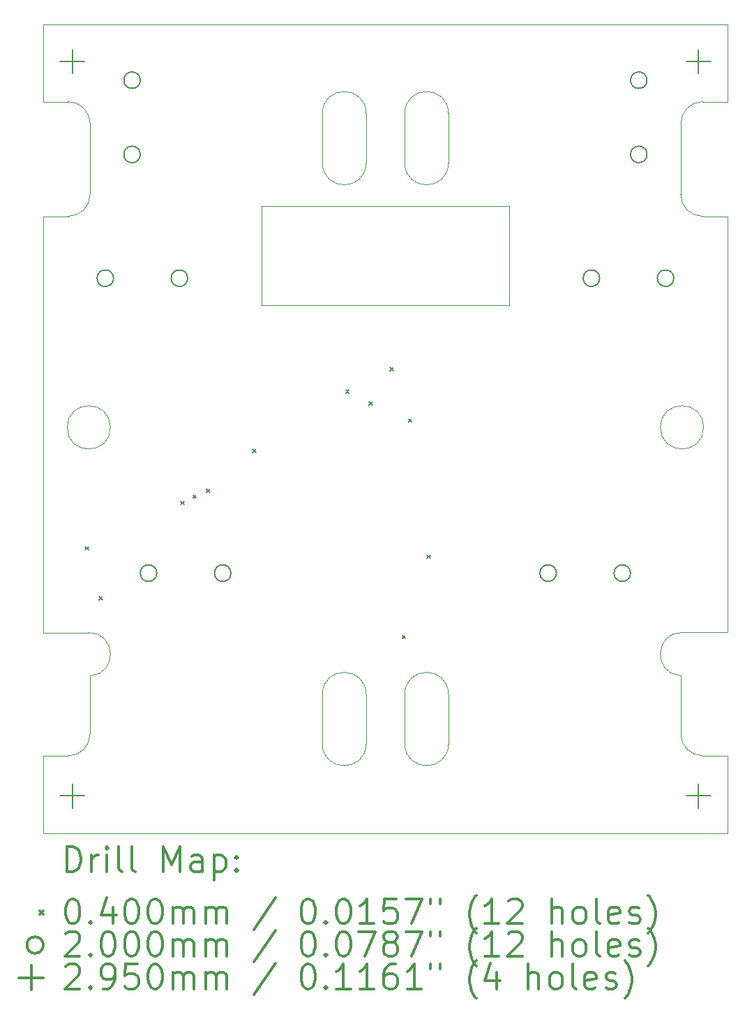
<source format=gbr>
%FSLAX45Y45*%
G04 Gerber Fmt 4.5, Leading zero omitted, Abs format (unit mm)*
G04 Created by KiCad (PCBNEW (5.1.10)-1) date 2022-06-07 20:29:40*
%MOMM*%
%LPD*%
G01*
G04 APERTURE LIST*
%TA.AperFunction,Profile*%
%ADD10C,0.050000*%
%TD*%
%ADD11C,0.200000*%
%ADD12C,0.300000*%
G04 APERTURE END LIST*
D10*
X18000000Y-5910000D02*
G75*
G03*
X17735000Y-6175000I0J-265000D01*
G01*
X18000000Y-5910000D02*
X18300000Y-5910000D01*
X17735000Y-7035000D02*
G75*
G03*
X18000000Y-7300000I265000J0D01*
G01*
X17735000Y-7035000D02*
X17735000Y-6175000D01*
X18000000Y-7300000D02*
X18300000Y-7300000D01*
X18300000Y-5910000D02*
X18300000Y-4975000D01*
X18300000Y-12343500D02*
X18300000Y-7300000D01*
X18300000Y-14775000D02*
X18300000Y-13838000D01*
X10000000Y-13840000D02*
X10000000Y-14775000D01*
X10000000Y-7300000D02*
X10000000Y-12345500D01*
X10000000Y-4975000D02*
X10000000Y-5910000D01*
X17750000Y-12343500D02*
X18300000Y-12343500D01*
X18000000Y-13838000D02*
G75*
G02*
X17735000Y-13573000I0J265000D01*
G01*
X18000000Y-13838000D02*
X18300000Y-13838000D01*
X17735000Y-12868000D02*
X17735000Y-13573000D01*
X17750000Y-12343571D02*
G75*
G03*
X17735000Y-12868000I0J-262429D01*
G01*
X10550000Y-12345571D02*
G75*
G02*
X10565000Y-12870000I0J-262429D01*
G01*
X10550000Y-12345500D02*
X10000000Y-12345500D01*
X10300000Y-13840000D02*
G75*
G03*
X10565000Y-13575000I0J265000D01*
G01*
X10565000Y-12870000D02*
X10565000Y-13575000D01*
X10300000Y-13840000D02*
X10000000Y-13840000D01*
X10300000Y-7300000D02*
X10000000Y-7300000D01*
X10565000Y-7035000D02*
X10565000Y-6175000D01*
X10565000Y-7035000D02*
G75*
G02*
X10300000Y-7300000I-265000J0D01*
G01*
X10300000Y-5910000D02*
X10000000Y-5910000D01*
X10300000Y-5910000D02*
G75*
G02*
X10565000Y-6175000I0J-265000D01*
G01*
X12650000Y-8375000D02*
X12650000Y-7175000D01*
X15650000Y-8375000D02*
X12650000Y-8375000D01*
X15650000Y-7175000D02*
X15650000Y-8375000D01*
X12650000Y-7175000D02*
X15650000Y-7175000D01*
X14915000Y-13693000D02*
G75*
G02*
X14385000Y-13693000I-265000J0D01*
G01*
X14385000Y-13093000D02*
G75*
G02*
X14915000Y-13093000I265000J0D01*
G01*
X13915000Y-13693000D02*
G75*
G02*
X13385000Y-13693000I-265000J0D01*
G01*
X13385000Y-13093000D02*
G75*
G02*
X13915000Y-13093000I265000J0D01*
G01*
X14915000Y-6653000D02*
G75*
G02*
X14385000Y-6653000I-265000J0D01*
G01*
X14385000Y-6053000D02*
G75*
G02*
X14915000Y-6053000I265000J0D01*
G01*
X13915000Y-6653000D02*
G75*
G02*
X13385000Y-6653000I-265000J0D01*
G01*
X13385000Y-6053000D02*
G75*
G02*
X13915000Y-6053000I265000J0D01*
G01*
X14915000Y-13693000D02*
X14915000Y-13093000D01*
X14385000Y-13093000D02*
X14385000Y-13693000D01*
X13915000Y-13693000D02*
X13915000Y-13093000D01*
X13385000Y-13093000D02*
X13385000Y-13693000D01*
X14915000Y-6053000D02*
X14915000Y-6653000D01*
X14385000Y-6053000D02*
X14385000Y-6653000D01*
X13915000Y-6053000D02*
X13915000Y-6653000D01*
X13385000Y-6653000D02*
X13385000Y-6053000D01*
X18012500Y-9858000D02*
G75*
G03*
X18012500Y-9858000I-262500J0D01*
G01*
X10812500Y-9858000D02*
G75*
G03*
X10812500Y-9858000I-262500J0D01*
G01*
X18300000Y-4975000D02*
X10000000Y-4975000D01*
X10000000Y-14775000D02*
X18300000Y-14775000D01*
D11*
X10505000Y-11305000D02*
X10545000Y-11345000D01*
X10545000Y-11305000D02*
X10505000Y-11345000D01*
X10672500Y-11912500D02*
X10712500Y-11952500D01*
X10712500Y-11912500D02*
X10672500Y-11952500D01*
X11669100Y-10755000D02*
X11709100Y-10795000D01*
X11709100Y-10755000D02*
X11669100Y-10795000D01*
X11815150Y-10678300D02*
X11855150Y-10718300D01*
X11855150Y-10678300D02*
X11815150Y-10718300D01*
X11980000Y-10605000D02*
X12020000Y-10645000D01*
X12020000Y-10605000D02*
X11980000Y-10645000D01*
X12539050Y-10125850D02*
X12579050Y-10165850D01*
X12579050Y-10125850D02*
X12539050Y-10165850D01*
X13669350Y-9401950D02*
X13709350Y-9441950D01*
X13709350Y-9401950D02*
X13669350Y-9441950D01*
X13955100Y-9548000D02*
X13995100Y-9588000D01*
X13995100Y-9548000D02*
X13955100Y-9588000D01*
X14205000Y-9130000D02*
X14245000Y-9170000D01*
X14245000Y-9130000D02*
X14205000Y-9170000D01*
X14355000Y-12380000D02*
X14395000Y-12420000D01*
X14395000Y-12380000D02*
X14355000Y-12420000D01*
X14430000Y-9755000D02*
X14470000Y-9795000D01*
X14470000Y-9755000D02*
X14430000Y-9795000D01*
X14655000Y-11405000D02*
X14695000Y-11445000D01*
X14695000Y-11405000D02*
X14655000Y-11445000D01*
X10850000Y-8050000D02*
G75*
G03*
X10850000Y-8050000I-100000J0D01*
G01*
X11175000Y-5650000D02*
G75*
G03*
X11175000Y-5650000I-100000J0D01*
G01*
X11175000Y-6550000D02*
G75*
G03*
X11175000Y-6550000I-100000J0D01*
G01*
X11375000Y-11625000D02*
G75*
G03*
X11375000Y-11625000I-100000J0D01*
G01*
X11750000Y-8050000D02*
G75*
G03*
X11750000Y-8050000I-100000J0D01*
G01*
X12275000Y-11625000D02*
G75*
G03*
X12275000Y-11625000I-100000J0D01*
G01*
X16225000Y-11625000D02*
G75*
G03*
X16225000Y-11625000I-100000J0D01*
G01*
X16750000Y-8050000D02*
G75*
G03*
X16750000Y-8050000I-100000J0D01*
G01*
X17125000Y-11625000D02*
G75*
G03*
X17125000Y-11625000I-100000J0D01*
G01*
X17325000Y-5650000D02*
G75*
G03*
X17325000Y-5650000I-100000J0D01*
G01*
X17325000Y-6550000D02*
G75*
G03*
X17325000Y-6550000I-100000J0D01*
G01*
X17650000Y-8050000D02*
G75*
G03*
X17650000Y-8050000I-100000J0D01*
G01*
X10350000Y-5275500D02*
X10350000Y-5570500D01*
X10202500Y-5423000D02*
X10497500Y-5423000D01*
X10350000Y-14175500D02*
X10350000Y-14470500D01*
X10202500Y-14323000D02*
X10497500Y-14323000D01*
X17950000Y-5275500D02*
X17950000Y-5570500D01*
X17802500Y-5423000D02*
X18097500Y-5423000D01*
X17950000Y-14175500D02*
X17950000Y-14470500D01*
X17802500Y-14323000D02*
X18097500Y-14323000D01*
D12*
X10283928Y-15243214D02*
X10283928Y-14943214D01*
X10355357Y-14943214D01*
X10398214Y-14957500D01*
X10426786Y-14986071D01*
X10441071Y-15014643D01*
X10455357Y-15071786D01*
X10455357Y-15114643D01*
X10441071Y-15171786D01*
X10426786Y-15200357D01*
X10398214Y-15228929D01*
X10355357Y-15243214D01*
X10283928Y-15243214D01*
X10583928Y-15243214D02*
X10583928Y-15043214D01*
X10583928Y-15100357D02*
X10598214Y-15071786D01*
X10612500Y-15057500D01*
X10641071Y-15043214D01*
X10669643Y-15043214D01*
X10769643Y-15243214D02*
X10769643Y-15043214D01*
X10769643Y-14943214D02*
X10755357Y-14957500D01*
X10769643Y-14971786D01*
X10783928Y-14957500D01*
X10769643Y-14943214D01*
X10769643Y-14971786D01*
X10955357Y-15243214D02*
X10926786Y-15228929D01*
X10912500Y-15200357D01*
X10912500Y-14943214D01*
X11112500Y-15243214D02*
X11083928Y-15228929D01*
X11069643Y-15200357D01*
X11069643Y-14943214D01*
X11455357Y-15243214D02*
X11455357Y-14943214D01*
X11555357Y-15157500D01*
X11655357Y-14943214D01*
X11655357Y-15243214D01*
X11926786Y-15243214D02*
X11926786Y-15086071D01*
X11912500Y-15057500D01*
X11883928Y-15043214D01*
X11826786Y-15043214D01*
X11798214Y-15057500D01*
X11926786Y-15228929D02*
X11898214Y-15243214D01*
X11826786Y-15243214D01*
X11798214Y-15228929D01*
X11783928Y-15200357D01*
X11783928Y-15171786D01*
X11798214Y-15143214D01*
X11826786Y-15128929D01*
X11898214Y-15128929D01*
X11926786Y-15114643D01*
X12069643Y-15043214D02*
X12069643Y-15343214D01*
X12069643Y-15057500D02*
X12098214Y-15043214D01*
X12155357Y-15043214D01*
X12183928Y-15057500D01*
X12198214Y-15071786D01*
X12212500Y-15100357D01*
X12212500Y-15186071D01*
X12198214Y-15214643D01*
X12183928Y-15228929D01*
X12155357Y-15243214D01*
X12098214Y-15243214D01*
X12069643Y-15228929D01*
X12341071Y-15214643D02*
X12355357Y-15228929D01*
X12341071Y-15243214D01*
X12326786Y-15228929D01*
X12341071Y-15214643D01*
X12341071Y-15243214D01*
X12341071Y-15057500D02*
X12355357Y-15071786D01*
X12341071Y-15086071D01*
X12326786Y-15071786D01*
X12341071Y-15057500D01*
X12341071Y-15086071D01*
X9957500Y-15717500D02*
X9997500Y-15757500D01*
X9997500Y-15717500D02*
X9957500Y-15757500D01*
X10341071Y-15573214D02*
X10369643Y-15573214D01*
X10398214Y-15587500D01*
X10412500Y-15601786D01*
X10426786Y-15630357D01*
X10441071Y-15687500D01*
X10441071Y-15758929D01*
X10426786Y-15816071D01*
X10412500Y-15844643D01*
X10398214Y-15858929D01*
X10369643Y-15873214D01*
X10341071Y-15873214D01*
X10312500Y-15858929D01*
X10298214Y-15844643D01*
X10283928Y-15816071D01*
X10269643Y-15758929D01*
X10269643Y-15687500D01*
X10283928Y-15630357D01*
X10298214Y-15601786D01*
X10312500Y-15587500D01*
X10341071Y-15573214D01*
X10569643Y-15844643D02*
X10583928Y-15858929D01*
X10569643Y-15873214D01*
X10555357Y-15858929D01*
X10569643Y-15844643D01*
X10569643Y-15873214D01*
X10841071Y-15673214D02*
X10841071Y-15873214D01*
X10769643Y-15558929D02*
X10698214Y-15773214D01*
X10883928Y-15773214D01*
X11055357Y-15573214D02*
X11083928Y-15573214D01*
X11112500Y-15587500D01*
X11126786Y-15601786D01*
X11141071Y-15630357D01*
X11155357Y-15687500D01*
X11155357Y-15758929D01*
X11141071Y-15816071D01*
X11126786Y-15844643D01*
X11112500Y-15858929D01*
X11083928Y-15873214D01*
X11055357Y-15873214D01*
X11026786Y-15858929D01*
X11012500Y-15844643D01*
X10998214Y-15816071D01*
X10983928Y-15758929D01*
X10983928Y-15687500D01*
X10998214Y-15630357D01*
X11012500Y-15601786D01*
X11026786Y-15587500D01*
X11055357Y-15573214D01*
X11341071Y-15573214D02*
X11369643Y-15573214D01*
X11398214Y-15587500D01*
X11412500Y-15601786D01*
X11426786Y-15630357D01*
X11441071Y-15687500D01*
X11441071Y-15758929D01*
X11426786Y-15816071D01*
X11412500Y-15844643D01*
X11398214Y-15858929D01*
X11369643Y-15873214D01*
X11341071Y-15873214D01*
X11312500Y-15858929D01*
X11298214Y-15844643D01*
X11283928Y-15816071D01*
X11269643Y-15758929D01*
X11269643Y-15687500D01*
X11283928Y-15630357D01*
X11298214Y-15601786D01*
X11312500Y-15587500D01*
X11341071Y-15573214D01*
X11569643Y-15873214D02*
X11569643Y-15673214D01*
X11569643Y-15701786D02*
X11583928Y-15687500D01*
X11612500Y-15673214D01*
X11655357Y-15673214D01*
X11683928Y-15687500D01*
X11698214Y-15716071D01*
X11698214Y-15873214D01*
X11698214Y-15716071D02*
X11712500Y-15687500D01*
X11741071Y-15673214D01*
X11783928Y-15673214D01*
X11812500Y-15687500D01*
X11826786Y-15716071D01*
X11826786Y-15873214D01*
X11969643Y-15873214D02*
X11969643Y-15673214D01*
X11969643Y-15701786D02*
X11983928Y-15687500D01*
X12012500Y-15673214D01*
X12055357Y-15673214D01*
X12083928Y-15687500D01*
X12098214Y-15716071D01*
X12098214Y-15873214D01*
X12098214Y-15716071D02*
X12112500Y-15687500D01*
X12141071Y-15673214D01*
X12183928Y-15673214D01*
X12212500Y-15687500D01*
X12226786Y-15716071D01*
X12226786Y-15873214D01*
X12812500Y-15558929D02*
X12555357Y-15944643D01*
X13198214Y-15573214D02*
X13226786Y-15573214D01*
X13255357Y-15587500D01*
X13269643Y-15601786D01*
X13283928Y-15630357D01*
X13298214Y-15687500D01*
X13298214Y-15758929D01*
X13283928Y-15816071D01*
X13269643Y-15844643D01*
X13255357Y-15858929D01*
X13226786Y-15873214D01*
X13198214Y-15873214D01*
X13169643Y-15858929D01*
X13155357Y-15844643D01*
X13141071Y-15816071D01*
X13126786Y-15758929D01*
X13126786Y-15687500D01*
X13141071Y-15630357D01*
X13155357Y-15601786D01*
X13169643Y-15587500D01*
X13198214Y-15573214D01*
X13426786Y-15844643D02*
X13441071Y-15858929D01*
X13426786Y-15873214D01*
X13412500Y-15858929D01*
X13426786Y-15844643D01*
X13426786Y-15873214D01*
X13626786Y-15573214D02*
X13655357Y-15573214D01*
X13683928Y-15587500D01*
X13698214Y-15601786D01*
X13712500Y-15630357D01*
X13726786Y-15687500D01*
X13726786Y-15758929D01*
X13712500Y-15816071D01*
X13698214Y-15844643D01*
X13683928Y-15858929D01*
X13655357Y-15873214D01*
X13626786Y-15873214D01*
X13598214Y-15858929D01*
X13583928Y-15844643D01*
X13569643Y-15816071D01*
X13555357Y-15758929D01*
X13555357Y-15687500D01*
X13569643Y-15630357D01*
X13583928Y-15601786D01*
X13598214Y-15587500D01*
X13626786Y-15573214D01*
X14012500Y-15873214D02*
X13841071Y-15873214D01*
X13926786Y-15873214D02*
X13926786Y-15573214D01*
X13898214Y-15616071D01*
X13869643Y-15644643D01*
X13841071Y-15658929D01*
X14283928Y-15573214D02*
X14141071Y-15573214D01*
X14126786Y-15716071D01*
X14141071Y-15701786D01*
X14169643Y-15687500D01*
X14241071Y-15687500D01*
X14269643Y-15701786D01*
X14283928Y-15716071D01*
X14298214Y-15744643D01*
X14298214Y-15816071D01*
X14283928Y-15844643D01*
X14269643Y-15858929D01*
X14241071Y-15873214D01*
X14169643Y-15873214D01*
X14141071Y-15858929D01*
X14126786Y-15844643D01*
X14398214Y-15573214D02*
X14598214Y-15573214D01*
X14469643Y-15873214D01*
X14698214Y-15573214D02*
X14698214Y-15630357D01*
X14812500Y-15573214D02*
X14812500Y-15630357D01*
X15255357Y-15987500D02*
X15241071Y-15973214D01*
X15212500Y-15930357D01*
X15198214Y-15901786D01*
X15183928Y-15858929D01*
X15169643Y-15787500D01*
X15169643Y-15730357D01*
X15183928Y-15658929D01*
X15198214Y-15616071D01*
X15212500Y-15587500D01*
X15241071Y-15544643D01*
X15255357Y-15530357D01*
X15526786Y-15873214D02*
X15355357Y-15873214D01*
X15441071Y-15873214D02*
X15441071Y-15573214D01*
X15412500Y-15616071D01*
X15383928Y-15644643D01*
X15355357Y-15658929D01*
X15641071Y-15601786D02*
X15655357Y-15587500D01*
X15683928Y-15573214D01*
X15755357Y-15573214D01*
X15783928Y-15587500D01*
X15798214Y-15601786D01*
X15812500Y-15630357D01*
X15812500Y-15658929D01*
X15798214Y-15701786D01*
X15626786Y-15873214D01*
X15812500Y-15873214D01*
X16169643Y-15873214D02*
X16169643Y-15573214D01*
X16298214Y-15873214D02*
X16298214Y-15716071D01*
X16283928Y-15687500D01*
X16255357Y-15673214D01*
X16212500Y-15673214D01*
X16183928Y-15687500D01*
X16169643Y-15701786D01*
X16483928Y-15873214D02*
X16455357Y-15858929D01*
X16441071Y-15844643D01*
X16426786Y-15816071D01*
X16426786Y-15730357D01*
X16441071Y-15701786D01*
X16455357Y-15687500D01*
X16483928Y-15673214D01*
X16526786Y-15673214D01*
X16555357Y-15687500D01*
X16569643Y-15701786D01*
X16583928Y-15730357D01*
X16583928Y-15816071D01*
X16569643Y-15844643D01*
X16555357Y-15858929D01*
X16526786Y-15873214D01*
X16483928Y-15873214D01*
X16755357Y-15873214D02*
X16726786Y-15858929D01*
X16712500Y-15830357D01*
X16712500Y-15573214D01*
X16983928Y-15858929D02*
X16955357Y-15873214D01*
X16898214Y-15873214D01*
X16869643Y-15858929D01*
X16855357Y-15830357D01*
X16855357Y-15716071D01*
X16869643Y-15687500D01*
X16898214Y-15673214D01*
X16955357Y-15673214D01*
X16983928Y-15687500D01*
X16998214Y-15716071D01*
X16998214Y-15744643D01*
X16855357Y-15773214D01*
X17112500Y-15858929D02*
X17141071Y-15873214D01*
X17198214Y-15873214D01*
X17226786Y-15858929D01*
X17241071Y-15830357D01*
X17241071Y-15816071D01*
X17226786Y-15787500D01*
X17198214Y-15773214D01*
X17155357Y-15773214D01*
X17126786Y-15758929D01*
X17112500Y-15730357D01*
X17112500Y-15716071D01*
X17126786Y-15687500D01*
X17155357Y-15673214D01*
X17198214Y-15673214D01*
X17226786Y-15687500D01*
X17341071Y-15987500D02*
X17355357Y-15973214D01*
X17383928Y-15930357D01*
X17398214Y-15901786D01*
X17412500Y-15858929D01*
X17426786Y-15787500D01*
X17426786Y-15730357D01*
X17412500Y-15658929D01*
X17398214Y-15616071D01*
X17383928Y-15587500D01*
X17355357Y-15544643D01*
X17341071Y-15530357D01*
X9997500Y-16133500D02*
G75*
G03*
X9997500Y-16133500I-100000J0D01*
G01*
X10269643Y-15997786D02*
X10283928Y-15983500D01*
X10312500Y-15969214D01*
X10383928Y-15969214D01*
X10412500Y-15983500D01*
X10426786Y-15997786D01*
X10441071Y-16026357D01*
X10441071Y-16054929D01*
X10426786Y-16097786D01*
X10255357Y-16269214D01*
X10441071Y-16269214D01*
X10569643Y-16240643D02*
X10583928Y-16254929D01*
X10569643Y-16269214D01*
X10555357Y-16254929D01*
X10569643Y-16240643D01*
X10569643Y-16269214D01*
X10769643Y-15969214D02*
X10798214Y-15969214D01*
X10826786Y-15983500D01*
X10841071Y-15997786D01*
X10855357Y-16026357D01*
X10869643Y-16083500D01*
X10869643Y-16154929D01*
X10855357Y-16212071D01*
X10841071Y-16240643D01*
X10826786Y-16254929D01*
X10798214Y-16269214D01*
X10769643Y-16269214D01*
X10741071Y-16254929D01*
X10726786Y-16240643D01*
X10712500Y-16212071D01*
X10698214Y-16154929D01*
X10698214Y-16083500D01*
X10712500Y-16026357D01*
X10726786Y-15997786D01*
X10741071Y-15983500D01*
X10769643Y-15969214D01*
X11055357Y-15969214D02*
X11083928Y-15969214D01*
X11112500Y-15983500D01*
X11126786Y-15997786D01*
X11141071Y-16026357D01*
X11155357Y-16083500D01*
X11155357Y-16154929D01*
X11141071Y-16212071D01*
X11126786Y-16240643D01*
X11112500Y-16254929D01*
X11083928Y-16269214D01*
X11055357Y-16269214D01*
X11026786Y-16254929D01*
X11012500Y-16240643D01*
X10998214Y-16212071D01*
X10983928Y-16154929D01*
X10983928Y-16083500D01*
X10998214Y-16026357D01*
X11012500Y-15997786D01*
X11026786Y-15983500D01*
X11055357Y-15969214D01*
X11341071Y-15969214D02*
X11369643Y-15969214D01*
X11398214Y-15983500D01*
X11412500Y-15997786D01*
X11426786Y-16026357D01*
X11441071Y-16083500D01*
X11441071Y-16154929D01*
X11426786Y-16212071D01*
X11412500Y-16240643D01*
X11398214Y-16254929D01*
X11369643Y-16269214D01*
X11341071Y-16269214D01*
X11312500Y-16254929D01*
X11298214Y-16240643D01*
X11283928Y-16212071D01*
X11269643Y-16154929D01*
X11269643Y-16083500D01*
X11283928Y-16026357D01*
X11298214Y-15997786D01*
X11312500Y-15983500D01*
X11341071Y-15969214D01*
X11569643Y-16269214D02*
X11569643Y-16069214D01*
X11569643Y-16097786D02*
X11583928Y-16083500D01*
X11612500Y-16069214D01*
X11655357Y-16069214D01*
X11683928Y-16083500D01*
X11698214Y-16112071D01*
X11698214Y-16269214D01*
X11698214Y-16112071D02*
X11712500Y-16083500D01*
X11741071Y-16069214D01*
X11783928Y-16069214D01*
X11812500Y-16083500D01*
X11826786Y-16112071D01*
X11826786Y-16269214D01*
X11969643Y-16269214D02*
X11969643Y-16069214D01*
X11969643Y-16097786D02*
X11983928Y-16083500D01*
X12012500Y-16069214D01*
X12055357Y-16069214D01*
X12083928Y-16083500D01*
X12098214Y-16112071D01*
X12098214Y-16269214D01*
X12098214Y-16112071D02*
X12112500Y-16083500D01*
X12141071Y-16069214D01*
X12183928Y-16069214D01*
X12212500Y-16083500D01*
X12226786Y-16112071D01*
X12226786Y-16269214D01*
X12812500Y-15954929D02*
X12555357Y-16340643D01*
X13198214Y-15969214D02*
X13226786Y-15969214D01*
X13255357Y-15983500D01*
X13269643Y-15997786D01*
X13283928Y-16026357D01*
X13298214Y-16083500D01*
X13298214Y-16154929D01*
X13283928Y-16212071D01*
X13269643Y-16240643D01*
X13255357Y-16254929D01*
X13226786Y-16269214D01*
X13198214Y-16269214D01*
X13169643Y-16254929D01*
X13155357Y-16240643D01*
X13141071Y-16212071D01*
X13126786Y-16154929D01*
X13126786Y-16083500D01*
X13141071Y-16026357D01*
X13155357Y-15997786D01*
X13169643Y-15983500D01*
X13198214Y-15969214D01*
X13426786Y-16240643D02*
X13441071Y-16254929D01*
X13426786Y-16269214D01*
X13412500Y-16254929D01*
X13426786Y-16240643D01*
X13426786Y-16269214D01*
X13626786Y-15969214D02*
X13655357Y-15969214D01*
X13683928Y-15983500D01*
X13698214Y-15997786D01*
X13712500Y-16026357D01*
X13726786Y-16083500D01*
X13726786Y-16154929D01*
X13712500Y-16212071D01*
X13698214Y-16240643D01*
X13683928Y-16254929D01*
X13655357Y-16269214D01*
X13626786Y-16269214D01*
X13598214Y-16254929D01*
X13583928Y-16240643D01*
X13569643Y-16212071D01*
X13555357Y-16154929D01*
X13555357Y-16083500D01*
X13569643Y-16026357D01*
X13583928Y-15997786D01*
X13598214Y-15983500D01*
X13626786Y-15969214D01*
X13826786Y-15969214D02*
X14026786Y-15969214D01*
X13898214Y-16269214D01*
X14183928Y-16097786D02*
X14155357Y-16083500D01*
X14141071Y-16069214D01*
X14126786Y-16040643D01*
X14126786Y-16026357D01*
X14141071Y-15997786D01*
X14155357Y-15983500D01*
X14183928Y-15969214D01*
X14241071Y-15969214D01*
X14269643Y-15983500D01*
X14283928Y-15997786D01*
X14298214Y-16026357D01*
X14298214Y-16040643D01*
X14283928Y-16069214D01*
X14269643Y-16083500D01*
X14241071Y-16097786D01*
X14183928Y-16097786D01*
X14155357Y-16112071D01*
X14141071Y-16126357D01*
X14126786Y-16154929D01*
X14126786Y-16212071D01*
X14141071Y-16240643D01*
X14155357Y-16254929D01*
X14183928Y-16269214D01*
X14241071Y-16269214D01*
X14269643Y-16254929D01*
X14283928Y-16240643D01*
X14298214Y-16212071D01*
X14298214Y-16154929D01*
X14283928Y-16126357D01*
X14269643Y-16112071D01*
X14241071Y-16097786D01*
X14398214Y-15969214D02*
X14598214Y-15969214D01*
X14469643Y-16269214D01*
X14698214Y-15969214D02*
X14698214Y-16026357D01*
X14812500Y-15969214D02*
X14812500Y-16026357D01*
X15255357Y-16383500D02*
X15241071Y-16369214D01*
X15212500Y-16326357D01*
X15198214Y-16297786D01*
X15183928Y-16254929D01*
X15169643Y-16183500D01*
X15169643Y-16126357D01*
X15183928Y-16054929D01*
X15198214Y-16012071D01*
X15212500Y-15983500D01*
X15241071Y-15940643D01*
X15255357Y-15926357D01*
X15526786Y-16269214D02*
X15355357Y-16269214D01*
X15441071Y-16269214D02*
X15441071Y-15969214D01*
X15412500Y-16012071D01*
X15383928Y-16040643D01*
X15355357Y-16054929D01*
X15641071Y-15997786D02*
X15655357Y-15983500D01*
X15683928Y-15969214D01*
X15755357Y-15969214D01*
X15783928Y-15983500D01*
X15798214Y-15997786D01*
X15812500Y-16026357D01*
X15812500Y-16054929D01*
X15798214Y-16097786D01*
X15626786Y-16269214D01*
X15812500Y-16269214D01*
X16169643Y-16269214D02*
X16169643Y-15969214D01*
X16298214Y-16269214D02*
X16298214Y-16112071D01*
X16283928Y-16083500D01*
X16255357Y-16069214D01*
X16212500Y-16069214D01*
X16183928Y-16083500D01*
X16169643Y-16097786D01*
X16483928Y-16269214D02*
X16455357Y-16254929D01*
X16441071Y-16240643D01*
X16426786Y-16212071D01*
X16426786Y-16126357D01*
X16441071Y-16097786D01*
X16455357Y-16083500D01*
X16483928Y-16069214D01*
X16526786Y-16069214D01*
X16555357Y-16083500D01*
X16569643Y-16097786D01*
X16583928Y-16126357D01*
X16583928Y-16212071D01*
X16569643Y-16240643D01*
X16555357Y-16254929D01*
X16526786Y-16269214D01*
X16483928Y-16269214D01*
X16755357Y-16269214D02*
X16726786Y-16254929D01*
X16712500Y-16226357D01*
X16712500Y-15969214D01*
X16983928Y-16254929D02*
X16955357Y-16269214D01*
X16898214Y-16269214D01*
X16869643Y-16254929D01*
X16855357Y-16226357D01*
X16855357Y-16112071D01*
X16869643Y-16083500D01*
X16898214Y-16069214D01*
X16955357Y-16069214D01*
X16983928Y-16083500D01*
X16998214Y-16112071D01*
X16998214Y-16140643D01*
X16855357Y-16169214D01*
X17112500Y-16254929D02*
X17141071Y-16269214D01*
X17198214Y-16269214D01*
X17226786Y-16254929D01*
X17241071Y-16226357D01*
X17241071Y-16212071D01*
X17226786Y-16183500D01*
X17198214Y-16169214D01*
X17155357Y-16169214D01*
X17126786Y-16154929D01*
X17112500Y-16126357D01*
X17112500Y-16112071D01*
X17126786Y-16083500D01*
X17155357Y-16069214D01*
X17198214Y-16069214D01*
X17226786Y-16083500D01*
X17341071Y-16383500D02*
X17355357Y-16369214D01*
X17383928Y-16326357D01*
X17398214Y-16297786D01*
X17412500Y-16254929D01*
X17426786Y-16183500D01*
X17426786Y-16126357D01*
X17412500Y-16054929D01*
X17398214Y-16012071D01*
X17383928Y-15983500D01*
X17355357Y-15940643D01*
X17341071Y-15926357D01*
X9850000Y-16382000D02*
X9850000Y-16677000D01*
X9702500Y-16529500D02*
X9997500Y-16529500D01*
X10269643Y-16393786D02*
X10283928Y-16379500D01*
X10312500Y-16365214D01*
X10383928Y-16365214D01*
X10412500Y-16379500D01*
X10426786Y-16393786D01*
X10441071Y-16422357D01*
X10441071Y-16450929D01*
X10426786Y-16493786D01*
X10255357Y-16665214D01*
X10441071Y-16665214D01*
X10569643Y-16636643D02*
X10583928Y-16650929D01*
X10569643Y-16665214D01*
X10555357Y-16650929D01*
X10569643Y-16636643D01*
X10569643Y-16665214D01*
X10726786Y-16665214D02*
X10783928Y-16665214D01*
X10812500Y-16650929D01*
X10826786Y-16636643D01*
X10855357Y-16593786D01*
X10869643Y-16536643D01*
X10869643Y-16422357D01*
X10855357Y-16393786D01*
X10841071Y-16379500D01*
X10812500Y-16365214D01*
X10755357Y-16365214D01*
X10726786Y-16379500D01*
X10712500Y-16393786D01*
X10698214Y-16422357D01*
X10698214Y-16493786D01*
X10712500Y-16522357D01*
X10726786Y-16536643D01*
X10755357Y-16550929D01*
X10812500Y-16550929D01*
X10841071Y-16536643D01*
X10855357Y-16522357D01*
X10869643Y-16493786D01*
X11141071Y-16365214D02*
X10998214Y-16365214D01*
X10983928Y-16508071D01*
X10998214Y-16493786D01*
X11026786Y-16479500D01*
X11098214Y-16479500D01*
X11126786Y-16493786D01*
X11141071Y-16508071D01*
X11155357Y-16536643D01*
X11155357Y-16608071D01*
X11141071Y-16636643D01*
X11126786Y-16650929D01*
X11098214Y-16665214D01*
X11026786Y-16665214D01*
X10998214Y-16650929D01*
X10983928Y-16636643D01*
X11341071Y-16365214D02*
X11369643Y-16365214D01*
X11398214Y-16379500D01*
X11412500Y-16393786D01*
X11426786Y-16422357D01*
X11441071Y-16479500D01*
X11441071Y-16550929D01*
X11426786Y-16608071D01*
X11412500Y-16636643D01*
X11398214Y-16650929D01*
X11369643Y-16665214D01*
X11341071Y-16665214D01*
X11312500Y-16650929D01*
X11298214Y-16636643D01*
X11283928Y-16608071D01*
X11269643Y-16550929D01*
X11269643Y-16479500D01*
X11283928Y-16422357D01*
X11298214Y-16393786D01*
X11312500Y-16379500D01*
X11341071Y-16365214D01*
X11569643Y-16665214D02*
X11569643Y-16465214D01*
X11569643Y-16493786D02*
X11583928Y-16479500D01*
X11612500Y-16465214D01*
X11655357Y-16465214D01*
X11683928Y-16479500D01*
X11698214Y-16508071D01*
X11698214Y-16665214D01*
X11698214Y-16508071D02*
X11712500Y-16479500D01*
X11741071Y-16465214D01*
X11783928Y-16465214D01*
X11812500Y-16479500D01*
X11826786Y-16508071D01*
X11826786Y-16665214D01*
X11969643Y-16665214D02*
X11969643Y-16465214D01*
X11969643Y-16493786D02*
X11983928Y-16479500D01*
X12012500Y-16465214D01*
X12055357Y-16465214D01*
X12083928Y-16479500D01*
X12098214Y-16508071D01*
X12098214Y-16665214D01*
X12098214Y-16508071D02*
X12112500Y-16479500D01*
X12141071Y-16465214D01*
X12183928Y-16465214D01*
X12212500Y-16479500D01*
X12226786Y-16508071D01*
X12226786Y-16665214D01*
X12812500Y-16350929D02*
X12555357Y-16736643D01*
X13198214Y-16365214D02*
X13226786Y-16365214D01*
X13255357Y-16379500D01*
X13269643Y-16393786D01*
X13283928Y-16422357D01*
X13298214Y-16479500D01*
X13298214Y-16550929D01*
X13283928Y-16608071D01*
X13269643Y-16636643D01*
X13255357Y-16650929D01*
X13226786Y-16665214D01*
X13198214Y-16665214D01*
X13169643Y-16650929D01*
X13155357Y-16636643D01*
X13141071Y-16608071D01*
X13126786Y-16550929D01*
X13126786Y-16479500D01*
X13141071Y-16422357D01*
X13155357Y-16393786D01*
X13169643Y-16379500D01*
X13198214Y-16365214D01*
X13426786Y-16636643D02*
X13441071Y-16650929D01*
X13426786Y-16665214D01*
X13412500Y-16650929D01*
X13426786Y-16636643D01*
X13426786Y-16665214D01*
X13726786Y-16665214D02*
X13555357Y-16665214D01*
X13641071Y-16665214D02*
X13641071Y-16365214D01*
X13612500Y-16408071D01*
X13583928Y-16436643D01*
X13555357Y-16450929D01*
X14012500Y-16665214D02*
X13841071Y-16665214D01*
X13926786Y-16665214D02*
X13926786Y-16365214D01*
X13898214Y-16408071D01*
X13869643Y-16436643D01*
X13841071Y-16450929D01*
X14269643Y-16365214D02*
X14212500Y-16365214D01*
X14183928Y-16379500D01*
X14169643Y-16393786D01*
X14141071Y-16436643D01*
X14126786Y-16493786D01*
X14126786Y-16608071D01*
X14141071Y-16636643D01*
X14155357Y-16650929D01*
X14183928Y-16665214D01*
X14241071Y-16665214D01*
X14269643Y-16650929D01*
X14283928Y-16636643D01*
X14298214Y-16608071D01*
X14298214Y-16536643D01*
X14283928Y-16508071D01*
X14269643Y-16493786D01*
X14241071Y-16479500D01*
X14183928Y-16479500D01*
X14155357Y-16493786D01*
X14141071Y-16508071D01*
X14126786Y-16536643D01*
X14583928Y-16665214D02*
X14412500Y-16665214D01*
X14498214Y-16665214D02*
X14498214Y-16365214D01*
X14469643Y-16408071D01*
X14441071Y-16436643D01*
X14412500Y-16450929D01*
X14698214Y-16365214D02*
X14698214Y-16422357D01*
X14812500Y-16365214D02*
X14812500Y-16422357D01*
X15255357Y-16779500D02*
X15241071Y-16765214D01*
X15212500Y-16722357D01*
X15198214Y-16693786D01*
X15183928Y-16650929D01*
X15169643Y-16579500D01*
X15169643Y-16522357D01*
X15183928Y-16450929D01*
X15198214Y-16408071D01*
X15212500Y-16379500D01*
X15241071Y-16336643D01*
X15255357Y-16322357D01*
X15498214Y-16465214D02*
X15498214Y-16665214D01*
X15426786Y-16350929D02*
X15355357Y-16565214D01*
X15541071Y-16565214D01*
X15883928Y-16665214D02*
X15883928Y-16365214D01*
X16012500Y-16665214D02*
X16012500Y-16508071D01*
X15998214Y-16479500D01*
X15969643Y-16465214D01*
X15926786Y-16465214D01*
X15898214Y-16479500D01*
X15883928Y-16493786D01*
X16198214Y-16665214D02*
X16169643Y-16650929D01*
X16155357Y-16636643D01*
X16141071Y-16608071D01*
X16141071Y-16522357D01*
X16155357Y-16493786D01*
X16169643Y-16479500D01*
X16198214Y-16465214D01*
X16241071Y-16465214D01*
X16269643Y-16479500D01*
X16283928Y-16493786D01*
X16298214Y-16522357D01*
X16298214Y-16608071D01*
X16283928Y-16636643D01*
X16269643Y-16650929D01*
X16241071Y-16665214D01*
X16198214Y-16665214D01*
X16469643Y-16665214D02*
X16441071Y-16650929D01*
X16426786Y-16622357D01*
X16426786Y-16365214D01*
X16698214Y-16650929D02*
X16669643Y-16665214D01*
X16612500Y-16665214D01*
X16583928Y-16650929D01*
X16569643Y-16622357D01*
X16569643Y-16508071D01*
X16583928Y-16479500D01*
X16612500Y-16465214D01*
X16669643Y-16465214D01*
X16698214Y-16479500D01*
X16712500Y-16508071D01*
X16712500Y-16536643D01*
X16569643Y-16565214D01*
X16826786Y-16650929D02*
X16855357Y-16665214D01*
X16912500Y-16665214D01*
X16941071Y-16650929D01*
X16955357Y-16622357D01*
X16955357Y-16608071D01*
X16941071Y-16579500D01*
X16912500Y-16565214D01*
X16869643Y-16565214D01*
X16841071Y-16550929D01*
X16826786Y-16522357D01*
X16826786Y-16508071D01*
X16841071Y-16479500D01*
X16869643Y-16465214D01*
X16912500Y-16465214D01*
X16941071Y-16479500D01*
X17055357Y-16779500D02*
X17069643Y-16765214D01*
X17098214Y-16722357D01*
X17112500Y-16693786D01*
X17126786Y-16650929D01*
X17141071Y-16579500D01*
X17141071Y-16522357D01*
X17126786Y-16450929D01*
X17112500Y-16408071D01*
X17098214Y-16379500D01*
X17069643Y-16336643D01*
X17055357Y-16322357D01*
M02*

</source>
